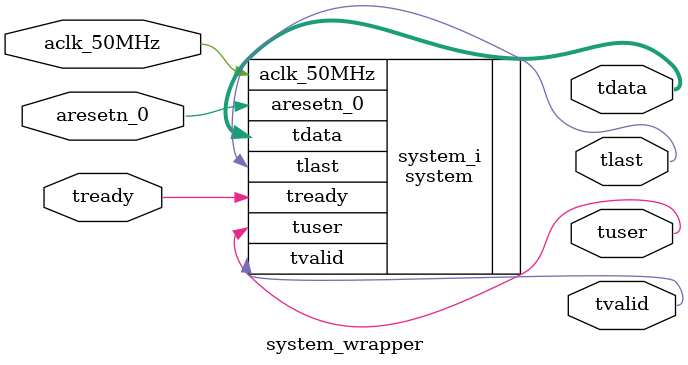
<source format=v>
`timescale 1 ps / 1 ps

module system_wrapper
   (aclk_50MHz,
    aresetn_0,
    tdata,
    tlast,
    tready,
    tuser,
    tvalid);
  input aclk_50MHz;
  input aresetn_0;
  output [31:0]tdata;
  output [0:0]tlast;
  input tready;
  output [0:0]tuser;
  output tvalid;

  wire aclk_50MHz;
  wire aresetn_0;
  wire [31:0]tdata;
  wire [0:0]tlast;
  wire tready;
  wire [0:0]tuser;
  wire tvalid;

  system system_i
       (.aclk_50MHz(aclk_50MHz),
        .aresetn_0(aresetn_0),
        .tdata(tdata),
        .tlast(tlast),
        .tready(tready),
        .tuser(tuser),
        .tvalid(tvalid));
endmodule

</source>
